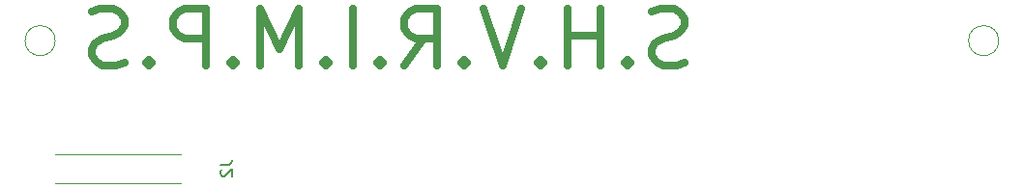
<source format=gbr>
%TF.GenerationSoftware,KiCad,Pcbnew,(6.0.5-0)*%
%TF.CreationDate,2022-06-25T14:04:27+01:00*%
%TF.ProjectId,revised_minh_design,72657669-7365-4645-9f6d-696e685f6465,rev?*%
%TF.SameCoordinates,Original*%
%TF.FileFunction,Legend,Bot*%
%TF.FilePolarity,Positive*%
%FSLAX46Y46*%
G04 Gerber Fmt 4.6, Leading zero omitted, Abs format (unit mm)*
G04 Created by KiCad (PCBNEW (6.0.5-0)) date 2022-06-25 14:04:27*
%MOMM*%
%LPD*%
G01*
G04 APERTURE LIST*
%ADD10C,0.700000*%
%ADD11C,0.150000*%
%ADD12C,0.120000*%
G04 APERTURE END LIST*
D10*
X146602380Y-51299809D02*
X145888095Y-51537904D01*
X144697619Y-51537904D01*
X144221428Y-51299809D01*
X143983333Y-51061714D01*
X143745238Y-50585523D01*
X143745238Y-50109333D01*
X143983333Y-49633142D01*
X144221428Y-49395047D01*
X144697619Y-49156952D01*
X145650000Y-48918857D01*
X146126190Y-48680761D01*
X146364285Y-48442666D01*
X146602380Y-47966476D01*
X146602380Y-47490285D01*
X146364285Y-47014095D01*
X146126190Y-46776000D01*
X145650000Y-46537904D01*
X144459523Y-46537904D01*
X143745238Y-46776000D01*
X141602380Y-51061714D02*
X141364285Y-51299809D01*
X141602380Y-51537904D01*
X141840476Y-51299809D01*
X141602380Y-51061714D01*
X141602380Y-51537904D01*
X139221428Y-51537904D02*
X139221428Y-46537904D01*
X139221428Y-48918857D02*
X136364285Y-48918857D01*
X136364285Y-51537904D02*
X136364285Y-46537904D01*
X133983333Y-51061714D02*
X133745238Y-51299809D01*
X133983333Y-51537904D01*
X134221428Y-51299809D01*
X133983333Y-51061714D01*
X133983333Y-51537904D01*
X132316666Y-46537904D02*
X130650000Y-51537904D01*
X128983333Y-46537904D01*
X127316666Y-51061714D02*
X127078571Y-51299809D01*
X127316666Y-51537904D01*
X127554761Y-51299809D01*
X127316666Y-51061714D01*
X127316666Y-51537904D01*
X122078571Y-51537904D02*
X123745238Y-49156952D01*
X124935714Y-51537904D02*
X124935714Y-46537904D01*
X123030952Y-46537904D01*
X122554761Y-46776000D01*
X122316666Y-47014095D01*
X122078571Y-47490285D01*
X122078571Y-48204571D01*
X122316666Y-48680761D01*
X122554761Y-48918857D01*
X123030952Y-49156952D01*
X124935714Y-49156952D01*
X119935714Y-51061714D02*
X119697619Y-51299809D01*
X119935714Y-51537904D01*
X120173809Y-51299809D01*
X119935714Y-51061714D01*
X119935714Y-51537904D01*
X117554761Y-51537904D02*
X117554761Y-46537904D01*
X115173809Y-51061714D02*
X114935714Y-51299809D01*
X115173809Y-51537904D01*
X115411904Y-51299809D01*
X115173809Y-51061714D01*
X115173809Y-51537904D01*
X112792857Y-51537904D02*
X112792857Y-46537904D01*
X111126190Y-50109333D01*
X109459523Y-46537904D01*
X109459523Y-51537904D01*
X107078571Y-51061714D02*
X106840476Y-51299809D01*
X107078571Y-51537904D01*
X107316666Y-51299809D01*
X107078571Y-51061714D01*
X107078571Y-51537904D01*
X104697619Y-51537904D02*
X104697619Y-46537904D01*
X102792857Y-46537904D01*
X102316666Y-46776000D01*
X102078571Y-47014095D01*
X101840476Y-47490285D01*
X101840476Y-48204571D01*
X102078571Y-48680761D01*
X102316666Y-48918857D01*
X102792857Y-49156952D01*
X104697619Y-49156952D01*
X99697619Y-51061714D02*
X99459523Y-51299809D01*
X99697619Y-51537904D01*
X99935714Y-51299809D01*
X99697619Y-51061714D01*
X99697619Y-51537904D01*
X97554761Y-51299809D02*
X96840476Y-51537904D01*
X95650000Y-51537904D01*
X95173809Y-51299809D01*
X94935714Y-51061714D01*
X94697619Y-50585523D01*
X94697619Y-50109333D01*
X94935714Y-49633142D01*
X95173809Y-49395047D01*
X95650000Y-49156952D01*
X96602380Y-48918857D01*
X97078571Y-48680761D01*
X97316666Y-48442666D01*
X97554761Y-47966476D01*
X97554761Y-47490285D01*
X97316666Y-47014095D01*
X97078571Y-46776000D01*
X96602380Y-46537904D01*
X95411904Y-46537904D01*
X94697619Y-46776000D01*
D11*
%TO.C,J2*%
X105975380Y-60245666D02*
X106689666Y-60245666D01*
X106832523Y-60198047D01*
X106927761Y-60102809D01*
X106975380Y-59959952D01*
X106975380Y-59864714D01*
X106070619Y-60674238D02*
X106023000Y-60721857D01*
X105975380Y-60817095D01*
X105975380Y-61055190D01*
X106023000Y-61150428D01*
X106070619Y-61198047D01*
X106165857Y-61245666D01*
X106261095Y-61245666D01*
X106403952Y-61198047D01*
X106975380Y-60626619D01*
X106975380Y-61245666D01*
D12*
X102518000Y-61839000D02*
X91513000Y-61839000D01*
X102518000Y-59319000D02*
X91513000Y-59319000D01*
%TO.C,U3*%
X91494800Y-49351400D02*
G75*
G03*
X91494800Y-49351400I-1321000J0D01*
G01*
X174108300Y-49351400D02*
G75*
G03*
X174108300Y-49351400I-1321000J0D01*
G01*
%TD*%
M02*

</source>
